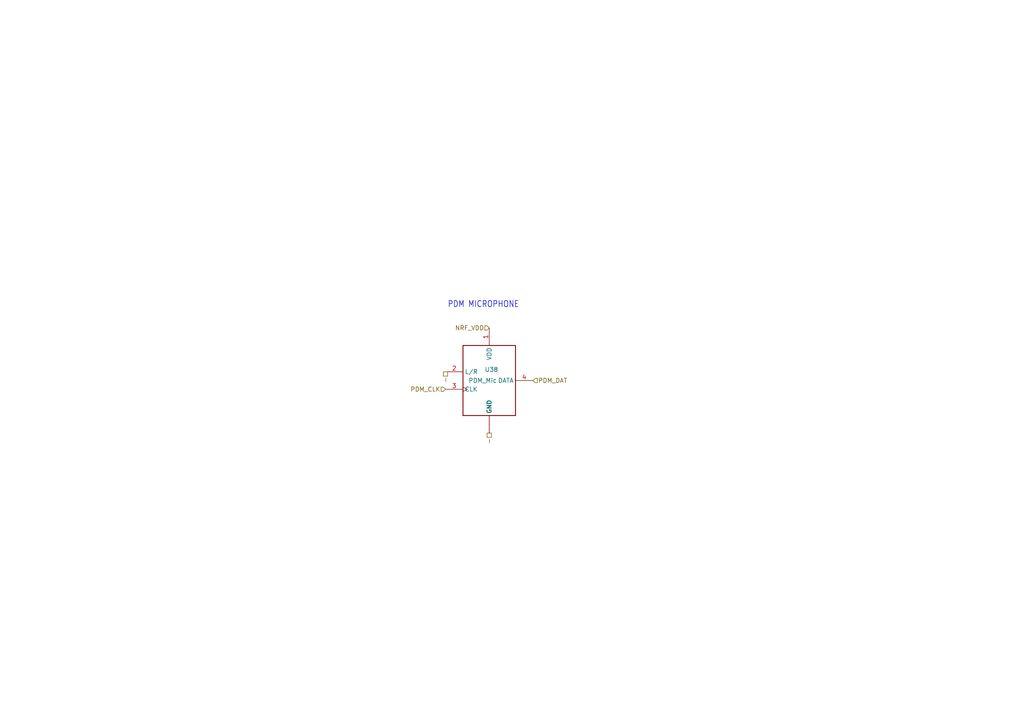
<source format=kicad_sch>
(kicad_sch (version 20211123) (generator eeschema)
  (paper "A4")
  (lib_symbols
    (symbol "Library:PDM_Mic"
      (property "Reference" "U" (at 0 -1.905 0))
      (property "Value" "PDM_Mic" (at -1.27 0 0))
      (symbol "PDM_Mic_1_0"
        (polyline (pts (xy -7.62 -10.16) (xy -7.62 10.16)) (stroke (width 0.254)))
        (polyline (pts (xy -7.62 10.16) (xy 7.62 10.16)) (stroke (width 0.254)))
        (polyline (pts (xy 7.62 -10.16) (xy -7.62 -10.16)) (stroke (width 0.254)))
        (polyline (pts (xy 7.62 10.16) (xy 7.62 -10.16)) (stroke (width 0.254)))
        (pin power_in line (at 0 15.24 270) (length 5.08) (name "VDD") (number "1"))
        (pin input line (at -12.7 2.54 0) (length 5.08) (name "L/R") (number "2"))
        (pin input clock (at -12.7 -2.54 0) (length 5.08) (name "CLK") (number "3"))
        (pin bidirectional line (at 12.7 0 180) (length 5.08) (name "DATA") (number "4"))
        (pin power_in line (at 0 -15.24 90) (length 5.08) (name "GND") (number "5"))
        (pin power_in line (at 0 -15.24 90) (length 5.08) (name "GND") (number "6"))
        (pin power_in line (at 0 -15.24 90) (length 5.08) (name "GND") (number "7"))
        (pin power_in line (at 0 -15.24 90) (length 5.08) (name "GND") (number "8"))
      )
    )
  )
  (text "PDM MICROPHONE" (at 129.8371 89.4128 180) (effects (font (size 1.778 1.5113)) (justify left bottom)))
  (hierarchical_label "PDM_DAT" (shape input) (at 154.6021 110.3678 0))
  (hierarchical_label "PDM_CLK" (shape input) (at 129.2021 112.9078 180))
  (hierarchical_label "-" (shape passive) (at 129.2021 107.8278 270))
  (hierarchical_label "NRF_VDD" (shape input) (at 141.9021 95.1278 180))
  (hierarchical_label "-" (shape passive) (at 141.9021 125.6078 270))
  (symbol (lib_id "Library:PDM_Mic") (at 141.9021 110.3678 0) (unit 1)
    (property "Reference" "U38" (at 142.5371 107.1928 0))
    (property "Value" "PDM_Mic" (at 139.9971 110.3678 0))
    (property "Footprint" "Library:SPK0415HM4H" (effects hide))
  )
)
</source>
